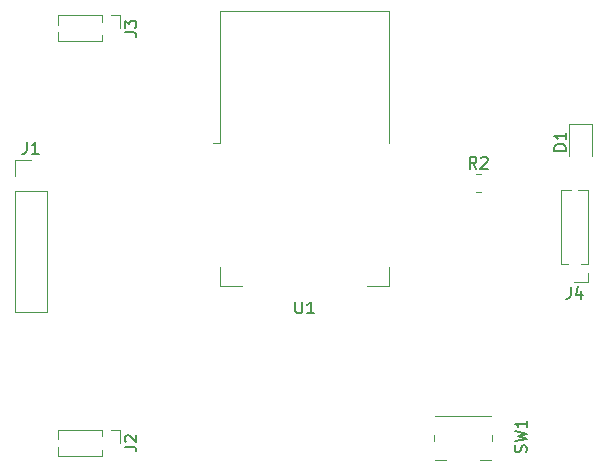
<source format=gto>
%TF.GenerationSoftware,KiCad,Pcbnew,(5.1.8)-1*%
%TF.CreationDate,2021-05-19T16:17:09+03:00*%
%TF.ProjectId,Thermometer,54686572-6d6f-46d6-9574-65722e6b6963,rev?*%
%TF.SameCoordinates,Original*%
%TF.FileFunction,Legend,Top*%
%TF.FilePolarity,Positive*%
%FSLAX46Y46*%
G04 Gerber Fmt 4.6, Leading zero omitted, Abs format (unit mm)*
G04 Created by KiCad (PCBNEW (5.1.8)-1) date 2021-05-19 16:17:09*
%MOMM*%
%LPD*%
G01*
G04 APERTURE LIST*
%ADD10C,0.120000*%
%ADD11C,0.150000*%
G04 APERTURE END LIST*
D10*
%TO.C,J1*%
X89348000Y-91246000D02*
X92008000Y-91246000D01*
X89348000Y-81026000D02*
X89348000Y-91246000D01*
X92008000Y-81026000D02*
X92008000Y-91246000D01*
X89348000Y-81026000D02*
X92008000Y-81026000D01*
X89348000Y-79756000D02*
X89348000Y-78426000D01*
X89348000Y-78426000D02*
X90678000Y-78426000D01*
%TO.C,J2*%
X98219800Y-101252000D02*
X98219800Y-102362000D01*
X97459800Y-101252000D02*
X98219800Y-101252000D01*
X96699800Y-102925471D02*
X96699800Y-103472000D01*
X96699800Y-101252000D02*
X96699800Y-101798529D01*
X96699800Y-103472000D02*
X92954800Y-103472000D01*
X96699800Y-101252000D02*
X92954800Y-101252000D01*
X92954800Y-102669530D02*
X92954800Y-103472000D01*
X92954800Y-101252000D02*
X92954800Y-102054470D01*
%TO.C,J3*%
X92954800Y-66149200D02*
X92954800Y-66951670D01*
X92954800Y-67566730D02*
X92954800Y-68369200D01*
X96699800Y-66149200D02*
X92954800Y-66149200D01*
X96699800Y-68369200D02*
X92954800Y-68369200D01*
X96699800Y-66149200D02*
X96699800Y-66695729D01*
X96699800Y-67822671D02*
X96699800Y-68369200D01*
X97459800Y-66149200D02*
X98219800Y-66149200D01*
X98219800Y-66149200D02*
X98219800Y-67259200D01*
%TO.C,J4*%
X137812800Y-80940600D02*
X137010330Y-80940600D01*
X136395270Y-80940600D02*
X135592800Y-80940600D01*
X137812800Y-87225600D02*
X137812800Y-80940600D01*
X135592800Y-87225600D02*
X135592800Y-80940600D01*
X137812800Y-87225600D02*
X137266271Y-87225600D01*
X136139329Y-87225600D02*
X135592800Y-87225600D01*
X137812800Y-87985600D02*
X137812800Y-88745600D01*
X137812800Y-88745600D02*
X136702800Y-88745600D01*
%TO.C,R2*%
X128345836Y-79605200D02*
X128799964Y-79605200D01*
X128345836Y-81075200D02*
X128799964Y-81075200D01*
%TO.C,SW1*%
X124929400Y-103805600D02*
X125854400Y-103805600D01*
X124929400Y-100105600D02*
X129629400Y-100105600D01*
X129729400Y-101680600D02*
X129729400Y-102230600D01*
X124829400Y-101680600D02*
X124829400Y-102230600D01*
X128704400Y-103805600D02*
X129629400Y-103805600D01*
%TO.C,U1*%
X106672800Y-89064600D02*
X106672800Y-87494600D01*
X106672800Y-89064600D02*
X108562800Y-89064600D01*
X119122800Y-89064600D02*
X121012800Y-89064600D01*
X121012800Y-89064600D02*
X121012800Y-87494600D01*
X121012800Y-76984600D02*
X121012800Y-65824600D01*
X121012800Y-65824600D02*
X106672800Y-65824600D01*
X106672800Y-65824600D02*
X106672800Y-76984600D01*
X106672800Y-76984600D02*
X106072800Y-76984600D01*
%TO.C,D1*%
X136276200Y-75378600D02*
X136276200Y-78063600D01*
X138196200Y-75378600D02*
X136276200Y-75378600D01*
X138196200Y-78063600D02*
X138196200Y-75378600D01*
%TO.C,J1*%
D11*
X90344666Y-76878380D02*
X90344666Y-77592666D01*
X90297047Y-77735523D01*
X90201809Y-77830761D01*
X90058952Y-77878380D01*
X89963714Y-77878380D01*
X91344666Y-77878380D02*
X90773238Y-77878380D01*
X91058952Y-77878380D02*
X91058952Y-76878380D01*
X90963714Y-77021238D01*
X90868476Y-77116476D01*
X90773238Y-77164095D01*
%TO.C,J2*%
X98607180Y-102695333D02*
X99321466Y-102695333D01*
X99464323Y-102742952D01*
X99559561Y-102838190D01*
X99607180Y-102981047D01*
X99607180Y-103076285D01*
X98702419Y-102266761D02*
X98654800Y-102219142D01*
X98607180Y-102123904D01*
X98607180Y-101885809D01*
X98654800Y-101790571D01*
X98702419Y-101742952D01*
X98797657Y-101695333D01*
X98892895Y-101695333D01*
X99035752Y-101742952D01*
X99607180Y-102314380D01*
X99607180Y-101695333D01*
%TO.C,J3*%
X98607180Y-67592533D02*
X99321466Y-67592533D01*
X99464323Y-67640152D01*
X99559561Y-67735390D01*
X99607180Y-67878247D01*
X99607180Y-67973485D01*
X98607180Y-67211580D02*
X98607180Y-66592533D01*
X98988133Y-66925866D01*
X98988133Y-66783009D01*
X99035752Y-66687771D01*
X99083371Y-66640152D01*
X99178609Y-66592533D01*
X99416704Y-66592533D01*
X99511942Y-66640152D01*
X99559561Y-66687771D01*
X99607180Y-66783009D01*
X99607180Y-67068723D01*
X99559561Y-67163961D01*
X99511942Y-67211580D01*
%TO.C,J4*%
X136369466Y-89132980D02*
X136369466Y-89847266D01*
X136321847Y-89990123D01*
X136226609Y-90085361D01*
X136083752Y-90132980D01*
X135988514Y-90132980D01*
X137274228Y-89466314D02*
X137274228Y-90132980D01*
X137036133Y-89085361D02*
X136798038Y-89799647D01*
X137417085Y-89799647D01*
%TO.C,R2*%
X128406233Y-79142580D02*
X128072900Y-78666390D01*
X127834804Y-79142580D02*
X127834804Y-78142580D01*
X128215757Y-78142580D01*
X128310995Y-78190200D01*
X128358614Y-78237819D01*
X128406233Y-78333057D01*
X128406233Y-78475914D01*
X128358614Y-78571152D01*
X128310995Y-78618771D01*
X128215757Y-78666390D01*
X127834804Y-78666390D01*
X128787185Y-78237819D02*
X128834804Y-78190200D01*
X128930042Y-78142580D01*
X129168138Y-78142580D01*
X129263376Y-78190200D01*
X129310995Y-78237819D01*
X129358614Y-78333057D01*
X129358614Y-78428295D01*
X129310995Y-78571152D01*
X128739566Y-79142580D01*
X129358614Y-79142580D01*
%TO.C,SW1*%
X132611761Y-103136533D02*
X132659380Y-102993676D01*
X132659380Y-102755580D01*
X132611761Y-102660342D01*
X132564142Y-102612723D01*
X132468904Y-102565104D01*
X132373666Y-102565104D01*
X132278428Y-102612723D01*
X132230809Y-102660342D01*
X132183190Y-102755580D01*
X132135571Y-102946057D01*
X132087952Y-103041295D01*
X132040333Y-103088914D01*
X131945095Y-103136533D01*
X131849857Y-103136533D01*
X131754619Y-103088914D01*
X131707000Y-103041295D01*
X131659380Y-102946057D01*
X131659380Y-102707961D01*
X131707000Y-102565104D01*
X131659380Y-102231771D02*
X132659380Y-101993676D01*
X131945095Y-101803200D01*
X132659380Y-101612723D01*
X131659380Y-101374628D01*
X132659380Y-100469866D02*
X132659380Y-101041295D01*
X132659380Y-100755580D02*
X131659380Y-100755580D01*
X131802238Y-100850819D01*
X131897476Y-100946057D01*
X131945095Y-101041295D01*
%TO.C,U1*%
X113080895Y-90396980D02*
X113080895Y-91206504D01*
X113128514Y-91301742D01*
X113176133Y-91349361D01*
X113271371Y-91396980D01*
X113461847Y-91396980D01*
X113557085Y-91349361D01*
X113604704Y-91301742D01*
X113652323Y-91206504D01*
X113652323Y-90396980D01*
X114652323Y-91396980D02*
X114080895Y-91396980D01*
X114366609Y-91396980D02*
X114366609Y-90396980D01*
X114271371Y-90539838D01*
X114176133Y-90635076D01*
X114080895Y-90682695D01*
%TO.C,D1*%
X135986780Y-77598495D02*
X134986780Y-77598495D01*
X134986780Y-77360400D01*
X135034400Y-77217542D01*
X135129638Y-77122304D01*
X135224876Y-77074685D01*
X135415352Y-77027066D01*
X135558209Y-77027066D01*
X135748685Y-77074685D01*
X135843923Y-77122304D01*
X135939161Y-77217542D01*
X135986780Y-77360400D01*
X135986780Y-77598495D01*
X135986780Y-76074685D02*
X135986780Y-76646114D01*
X135986780Y-76360400D02*
X134986780Y-76360400D01*
X135129638Y-76455638D01*
X135224876Y-76550876D01*
X135272495Y-76646114D01*
%TD*%
M02*

</source>
